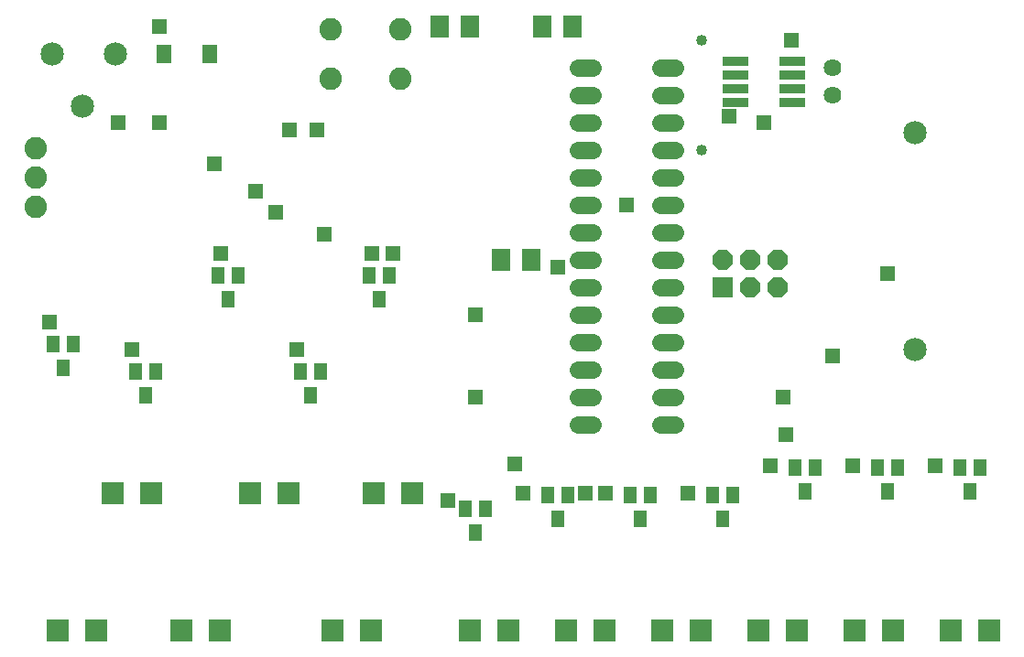
<source format=gts>
G75*
G70*
%OFA0B0*%
%FSLAX24Y24*%
%IPPOS*%
%LPD*%
%AMOC8*
5,1,8,0,0,1.08239X$1,22.5*
%
%ADD10C,0.0640*%
%ADD11R,0.0720X0.0720*%
%ADD12OC8,0.0720*%
%ADD13R,0.0950X0.0320*%
%ADD14C,0.0640*%
%ADD15R,0.0474X0.0631*%
%ADD16C,0.0848*%
%ADD17R,0.0792X0.0792*%
%ADD18C,0.0820*%
%ADD19R,0.0710X0.0789*%
%ADD20C,0.0400*%
%ADD21R,0.0580X0.0659*%
%ADD22R,0.0556X0.0556*%
D10*
X028551Y014913D02*
X029111Y014913D01*
X029111Y015913D02*
X028551Y015913D01*
X028551Y016913D02*
X029111Y016913D01*
X029111Y017913D02*
X028551Y017913D01*
X028551Y018913D02*
X029111Y018913D01*
X029111Y019913D02*
X028551Y019913D01*
X028551Y020913D02*
X029111Y020913D01*
X029111Y021913D02*
X028551Y021913D01*
X028551Y022913D02*
X029111Y022913D01*
X029111Y023913D02*
X028551Y023913D01*
X028551Y024913D02*
X029111Y024913D01*
X029111Y025913D02*
X028551Y025913D01*
X028551Y026913D02*
X029111Y026913D01*
X029111Y027913D02*
X028551Y027913D01*
X031551Y027913D02*
X032111Y027913D01*
X032111Y026913D02*
X031551Y026913D01*
X031551Y025913D02*
X032111Y025913D01*
X032111Y024913D02*
X031551Y024913D01*
X031551Y023913D02*
X032111Y023913D01*
X032111Y022913D02*
X031551Y022913D01*
X031551Y021913D02*
X032111Y021913D01*
X032111Y020913D02*
X031551Y020913D01*
X031551Y019913D02*
X032111Y019913D01*
X032111Y018913D02*
X031551Y018913D01*
X031551Y017913D02*
X032111Y017913D01*
X032111Y016913D02*
X031551Y016913D01*
X031551Y015913D02*
X032111Y015913D01*
X032111Y014913D02*
X031551Y014913D01*
D11*
X033831Y019913D03*
D12*
X034831Y019913D03*
X035831Y019913D03*
X035831Y020913D03*
X034831Y020913D03*
X033831Y020913D03*
D13*
X034301Y026663D03*
X034301Y027163D03*
X034301Y027663D03*
X034301Y028163D03*
X036361Y028163D03*
X036361Y027663D03*
X036361Y027163D03*
X036361Y026663D03*
D14*
X037831Y026913D03*
X037831Y027913D03*
D15*
X021705Y020346D03*
X020957Y020346D03*
X021331Y019480D03*
X019205Y016846D03*
X018457Y016846D03*
X018831Y015980D03*
X015831Y019480D03*
X016205Y020346D03*
X015457Y020346D03*
X013205Y016846D03*
X012457Y016846D03*
X012831Y015980D03*
X010205Y017846D03*
X009457Y017846D03*
X009831Y016980D03*
X024457Y011846D03*
X025205Y011846D03*
X024831Y010980D03*
X027457Y012346D03*
X028205Y012346D03*
X027831Y011480D03*
X030457Y012346D03*
X031205Y012346D03*
X030831Y011480D03*
X033457Y012346D03*
X034205Y012346D03*
X033831Y011480D03*
X036831Y012480D03*
X037205Y013346D03*
X036457Y013346D03*
X039457Y013346D03*
X040205Y013346D03*
X039831Y012480D03*
X042457Y013346D03*
X043205Y013346D03*
X042831Y012480D03*
D16*
X040831Y017663D03*
X040831Y025537D03*
X011725Y028413D03*
X009441Y028413D03*
X010544Y026523D03*
D17*
X009634Y007413D03*
X011036Y007413D03*
X014134Y007413D03*
X015536Y007413D03*
X019634Y007413D03*
X021036Y007413D03*
X024634Y007413D03*
X026036Y007413D03*
X028134Y007413D03*
X029536Y007413D03*
X031634Y007413D03*
X033036Y007413D03*
X035134Y007413D03*
X036536Y007413D03*
X038634Y007413D03*
X040036Y007413D03*
X042134Y007413D03*
X043536Y007413D03*
X022536Y012413D03*
X021134Y012413D03*
X018036Y012413D03*
X016634Y012413D03*
X013036Y012413D03*
X011634Y012413D03*
D18*
X008831Y022843D03*
X008831Y023913D03*
X008831Y024983D03*
X019551Y027523D03*
X019551Y029303D03*
X022111Y029303D03*
X022111Y027523D03*
D19*
X023530Y029413D03*
X024632Y029413D03*
X027280Y029413D03*
X028382Y029413D03*
X026882Y020913D03*
X025780Y020913D03*
D20*
X033081Y024913D03*
X033081Y028913D03*
D21*
X015177Y028413D03*
X013485Y028413D03*
D22*
X013331Y029413D03*
X013331Y025913D03*
X011831Y025913D03*
X015331Y024413D03*
X016831Y023413D03*
X017581Y022663D03*
X019331Y021862D03*
X021081Y021163D03*
X021831Y021163D03*
X024831Y018913D03*
X027831Y020663D03*
X030331Y022913D03*
X034081Y026163D03*
X035331Y025913D03*
X036331Y028913D03*
X039831Y020413D03*
X037831Y017413D03*
X036024Y015913D03*
X036132Y014555D03*
X035581Y013413D03*
X038581Y013413D03*
X041581Y013413D03*
X032581Y012413D03*
X029581Y012413D03*
X028831Y012413D03*
X026581Y012413D03*
X026280Y013464D03*
X023831Y012163D03*
X024831Y015913D03*
X018331Y017663D03*
X015581Y021163D03*
X012331Y017663D03*
X009331Y018663D03*
X018081Y025663D03*
X019081Y025663D03*
M02*

</source>
